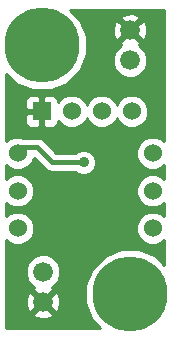
<source format=gbl>
G04 (created by PCBNEW-RS274X (2011-05-25)-stable) date Thu 21 Feb 2013 08:05:00 PM EST*
G01*
G70*
G90*
%MOIN*%
G04 Gerber Fmt 3.4, Leading zero omitted, Abs format*
%FSLAX34Y34*%
G04 APERTURE LIST*
%ADD10C,0.006000*%
%ADD11R,0.060000X0.060000*%
%ADD12C,0.060000*%
%ADD13C,0.066000*%
%ADD14C,0.250000*%
%ADD15C,0.035000*%
%ADD16C,0.015000*%
%ADD17C,0.010000*%
G04 APERTURE END LIST*
G54D10*
G54D11*
X63750Y-31200D03*
G54D12*
X64750Y-31200D03*
X65750Y-31200D03*
X66750Y-31200D03*
G54D13*
X63800Y-36550D03*
X63800Y-37550D03*
G54D14*
X63750Y-29000D03*
X66700Y-37300D03*
G54D12*
X62950Y-35100D03*
X67450Y-35100D03*
X62950Y-33850D03*
X67450Y-33850D03*
X62950Y-32600D03*
X67450Y-32600D03*
G54D13*
X66700Y-29500D03*
X66700Y-28500D03*
G54D15*
X65150Y-32900D03*
G54D16*
X64100Y-32900D02*
X63600Y-32400D01*
X63600Y-32400D02*
X62950Y-32400D01*
X62950Y-32600D02*
X62950Y-32400D01*
X65150Y-32900D02*
X64100Y-32900D01*
G54D10*
G36*
X67825Y-36304D02*
X67551Y-36029D01*
X67000Y-35801D01*
X66403Y-35800D01*
X65852Y-36028D01*
X65429Y-36449D01*
X65201Y-37000D01*
X65200Y-37597D01*
X65428Y-38148D01*
X65703Y-38425D01*
X64380Y-38425D01*
X64380Y-36666D01*
X64380Y-36435D01*
X64292Y-36222D01*
X64129Y-36059D01*
X63916Y-35970D01*
X63685Y-35970D01*
X63472Y-36058D01*
X63309Y-36221D01*
X63220Y-36434D01*
X63220Y-36665D01*
X63308Y-36878D01*
X63471Y-37041D01*
X63502Y-37053D01*
X63502Y-37054D01*
X63471Y-37150D01*
X63800Y-37479D01*
X64129Y-37150D01*
X64098Y-37054D01*
X64128Y-37042D01*
X64291Y-36879D01*
X64380Y-36666D01*
X64380Y-38425D01*
X64373Y-38425D01*
X64373Y-37636D01*
X64362Y-37411D01*
X64296Y-37252D01*
X64200Y-37221D01*
X63871Y-37550D01*
X64200Y-37879D01*
X64296Y-37848D01*
X64373Y-37636D01*
X64373Y-38425D01*
X64129Y-38425D01*
X64129Y-37950D01*
X63800Y-37621D01*
X63729Y-37692D01*
X63729Y-37550D01*
X63400Y-37221D01*
X63304Y-37252D01*
X63227Y-37464D01*
X63238Y-37689D01*
X63304Y-37848D01*
X63400Y-37879D01*
X63729Y-37550D01*
X63729Y-37692D01*
X63471Y-37950D01*
X63502Y-38046D01*
X63714Y-38123D01*
X63939Y-38112D01*
X64098Y-38046D01*
X64129Y-37950D01*
X64129Y-38425D01*
X62575Y-38425D01*
X62575Y-35501D01*
X62639Y-35565D01*
X62841Y-35649D01*
X63059Y-35649D01*
X63261Y-35565D01*
X63415Y-35411D01*
X63499Y-35209D01*
X63499Y-34991D01*
X63415Y-34789D01*
X63261Y-34635D01*
X63059Y-34551D01*
X62841Y-34551D01*
X62639Y-34635D01*
X62575Y-34699D01*
X62575Y-34251D01*
X62639Y-34315D01*
X62841Y-34399D01*
X63059Y-34399D01*
X63261Y-34315D01*
X63415Y-34161D01*
X63499Y-33959D01*
X63499Y-33741D01*
X63415Y-33539D01*
X63261Y-33385D01*
X63059Y-33301D01*
X62841Y-33301D01*
X62639Y-33385D01*
X62575Y-33449D01*
X62575Y-33001D01*
X62639Y-33065D01*
X62841Y-33149D01*
X63059Y-33149D01*
X63261Y-33065D01*
X63415Y-32911D01*
X63484Y-32744D01*
X63870Y-33130D01*
X63975Y-33200D01*
X63976Y-33200D01*
X64100Y-33225D01*
X64874Y-33225D01*
X64909Y-33260D01*
X65065Y-33325D01*
X65234Y-33325D01*
X65390Y-33261D01*
X65510Y-33141D01*
X65575Y-32985D01*
X65575Y-32816D01*
X65511Y-32660D01*
X65391Y-32540D01*
X65235Y-32475D01*
X65066Y-32475D01*
X64910Y-32539D01*
X64874Y-32575D01*
X64235Y-32575D01*
X63830Y-32170D01*
X63724Y-32100D01*
X63700Y-32095D01*
X63700Y-31688D01*
X63700Y-31250D01*
X63700Y-31150D01*
X63700Y-30712D01*
X63638Y-30650D01*
X63401Y-30651D01*
X63309Y-30689D01*
X63239Y-30759D01*
X63201Y-30850D01*
X63201Y-30949D01*
X63200Y-31088D01*
X63262Y-31150D01*
X63700Y-31150D01*
X63700Y-31250D01*
X63262Y-31250D01*
X63200Y-31312D01*
X63201Y-31451D01*
X63201Y-31550D01*
X63239Y-31641D01*
X63309Y-31711D01*
X63401Y-31749D01*
X63638Y-31750D01*
X63700Y-31688D01*
X63700Y-32095D01*
X63600Y-32075D01*
X63116Y-32075D01*
X63059Y-32051D01*
X62841Y-32051D01*
X62639Y-32135D01*
X62575Y-32199D01*
X62575Y-29945D01*
X62899Y-30271D01*
X63450Y-30499D01*
X64047Y-30500D01*
X64598Y-30272D01*
X65021Y-29851D01*
X65249Y-29300D01*
X65250Y-28703D01*
X65022Y-28152D01*
X64696Y-27825D01*
X67825Y-27825D01*
X67825Y-32199D01*
X67761Y-32135D01*
X67559Y-32051D01*
X67341Y-32051D01*
X67299Y-32068D01*
X67299Y-31309D01*
X67299Y-31091D01*
X67280Y-31045D01*
X67280Y-29616D01*
X67280Y-29385D01*
X67273Y-29368D01*
X67273Y-28586D01*
X67262Y-28361D01*
X67196Y-28202D01*
X67100Y-28171D01*
X67029Y-28242D01*
X67029Y-28100D01*
X66998Y-28004D01*
X66786Y-27927D01*
X66561Y-27938D01*
X66402Y-28004D01*
X66371Y-28100D01*
X66700Y-28429D01*
X67029Y-28100D01*
X67029Y-28242D01*
X66771Y-28500D01*
X67100Y-28829D01*
X67196Y-28798D01*
X67273Y-28586D01*
X67273Y-29368D01*
X67192Y-29172D01*
X67029Y-29009D01*
X66998Y-28996D01*
X67029Y-28900D01*
X66700Y-28571D01*
X66629Y-28642D01*
X66629Y-28500D01*
X66300Y-28171D01*
X66204Y-28202D01*
X66127Y-28414D01*
X66138Y-28639D01*
X66204Y-28798D01*
X66300Y-28829D01*
X66629Y-28500D01*
X66629Y-28642D01*
X66371Y-28900D01*
X66401Y-28995D01*
X66372Y-29008D01*
X66209Y-29171D01*
X66120Y-29384D01*
X66120Y-29615D01*
X66208Y-29828D01*
X66371Y-29991D01*
X66584Y-30080D01*
X66815Y-30080D01*
X67028Y-29992D01*
X67191Y-29829D01*
X67280Y-29616D01*
X67280Y-31045D01*
X67215Y-30889D01*
X67061Y-30735D01*
X66859Y-30651D01*
X66641Y-30651D01*
X66439Y-30735D01*
X66285Y-30889D01*
X66250Y-30973D01*
X66215Y-30889D01*
X66061Y-30735D01*
X65859Y-30651D01*
X65641Y-30651D01*
X65439Y-30735D01*
X65285Y-30889D01*
X65250Y-30973D01*
X65215Y-30889D01*
X65061Y-30735D01*
X64859Y-30651D01*
X64641Y-30651D01*
X64439Y-30735D01*
X64299Y-30875D01*
X64299Y-30850D01*
X64261Y-30759D01*
X64191Y-30689D01*
X64099Y-30651D01*
X63862Y-30650D01*
X63800Y-30712D01*
X63800Y-31100D01*
X63800Y-31150D01*
X63800Y-31250D01*
X63800Y-31300D01*
X63800Y-31688D01*
X63862Y-31750D01*
X64099Y-31749D01*
X64191Y-31711D01*
X64261Y-31641D01*
X64299Y-31550D01*
X64299Y-31525D01*
X64439Y-31665D01*
X64641Y-31749D01*
X64859Y-31749D01*
X65061Y-31665D01*
X65215Y-31511D01*
X65250Y-31426D01*
X65285Y-31511D01*
X65439Y-31665D01*
X65641Y-31749D01*
X65859Y-31749D01*
X66061Y-31665D01*
X66215Y-31511D01*
X66250Y-31426D01*
X66285Y-31511D01*
X66439Y-31665D01*
X66641Y-31749D01*
X66859Y-31749D01*
X67061Y-31665D01*
X67215Y-31511D01*
X67299Y-31309D01*
X67299Y-32068D01*
X67139Y-32135D01*
X66985Y-32289D01*
X66901Y-32491D01*
X66901Y-32709D01*
X66985Y-32911D01*
X67139Y-33065D01*
X67341Y-33149D01*
X67559Y-33149D01*
X67761Y-33065D01*
X67825Y-33001D01*
X67825Y-33449D01*
X67761Y-33385D01*
X67559Y-33301D01*
X67341Y-33301D01*
X67139Y-33385D01*
X66985Y-33539D01*
X66901Y-33741D01*
X66901Y-33959D01*
X66985Y-34161D01*
X67139Y-34315D01*
X67341Y-34399D01*
X67559Y-34399D01*
X67761Y-34315D01*
X67825Y-34251D01*
X67825Y-34699D01*
X67761Y-34635D01*
X67559Y-34551D01*
X67341Y-34551D01*
X67139Y-34635D01*
X66985Y-34789D01*
X66901Y-34991D01*
X66901Y-35209D01*
X66985Y-35411D01*
X67139Y-35565D01*
X67341Y-35649D01*
X67559Y-35649D01*
X67761Y-35565D01*
X67825Y-35501D01*
X67825Y-36304D01*
X67825Y-36304D01*
G37*
G54D17*
X67825Y-36304D02*
X67551Y-36029D01*
X67000Y-35801D01*
X66403Y-35800D01*
X65852Y-36028D01*
X65429Y-36449D01*
X65201Y-37000D01*
X65200Y-37597D01*
X65428Y-38148D01*
X65703Y-38425D01*
X64380Y-38425D01*
X64380Y-36666D01*
X64380Y-36435D01*
X64292Y-36222D01*
X64129Y-36059D01*
X63916Y-35970D01*
X63685Y-35970D01*
X63472Y-36058D01*
X63309Y-36221D01*
X63220Y-36434D01*
X63220Y-36665D01*
X63308Y-36878D01*
X63471Y-37041D01*
X63502Y-37053D01*
X63502Y-37054D01*
X63471Y-37150D01*
X63800Y-37479D01*
X64129Y-37150D01*
X64098Y-37054D01*
X64128Y-37042D01*
X64291Y-36879D01*
X64380Y-36666D01*
X64380Y-38425D01*
X64373Y-38425D01*
X64373Y-37636D01*
X64362Y-37411D01*
X64296Y-37252D01*
X64200Y-37221D01*
X63871Y-37550D01*
X64200Y-37879D01*
X64296Y-37848D01*
X64373Y-37636D01*
X64373Y-38425D01*
X64129Y-38425D01*
X64129Y-37950D01*
X63800Y-37621D01*
X63729Y-37692D01*
X63729Y-37550D01*
X63400Y-37221D01*
X63304Y-37252D01*
X63227Y-37464D01*
X63238Y-37689D01*
X63304Y-37848D01*
X63400Y-37879D01*
X63729Y-37550D01*
X63729Y-37692D01*
X63471Y-37950D01*
X63502Y-38046D01*
X63714Y-38123D01*
X63939Y-38112D01*
X64098Y-38046D01*
X64129Y-37950D01*
X64129Y-38425D01*
X62575Y-38425D01*
X62575Y-35501D01*
X62639Y-35565D01*
X62841Y-35649D01*
X63059Y-35649D01*
X63261Y-35565D01*
X63415Y-35411D01*
X63499Y-35209D01*
X63499Y-34991D01*
X63415Y-34789D01*
X63261Y-34635D01*
X63059Y-34551D01*
X62841Y-34551D01*
X62639Y-34635D01*
X62575Y-34699D01*
X62575Y-34251D01*
X62639Y-34315D01*
X62841Y-34399D01*
X63059Y-34399D01*
X63261Y-34315D01*
X63415Y-34161D01*
X63499Y-33959D01*
X63499Y-33741D01*
X63415Y-33539D01*
X63261Y-33385D01*
X63059Y-33301D01*
X62841Y-33301D01*
X62639Y-33385D01*
X62575Y-33449D01*
X62575Y-33001D01*
X62639Y-33065D01*
X62841Y-33149D01*
X63059Y-33149D01*
X63261Y-33065D01*
X63415Y-32911D01*
X63484Y-32744D01*
X63870Y-33130D01*
X63975Y-33200D01*
X63976Y-33200D01*
X64100Y-33225D01*
X64874Y-33225D01*
X64909Y-33260D01*
X65065Y-33325D01*
X65234Y-33325D01*
X65390Y-33261D01*
X65510Y-33141D01*
X65575Y-32985D01*
X65575Y-32816D01*
X65511Y-32660D01*
X65391Y-32540D01*
X65235Y-32475D01*
X65066Y-32475D01*
X64910Y-32539D01*
X64874Y-32575D01*
X64235Y-32575D01*
X63830Y-32170D01*
X63724Y-32100D01*
X63700Y-32095D01*
X63700Y-31688D01*
X63700Y-31250D01*
X63700Y-31150D01*
X63700Y-30712D01*
X63638Y-30650D01*
X63401Y-30651D01*
X63309Y-30689D01*
X63239Y-30759D01*
X63201Y-30850D01*
X63201Y-30949D01*
X63200Y-31088D01*
X63262Y-31150D01*
X63700Y-31150D01*
X63700Y-31250D01*
X63262Y-31250D01*
X63200Y-31312D01*
X63201Y-31451D01*
X63201Y-31550D01*
X63239Y-31641D01*
X63309Y-31711D01*
X63401Y-31749D01*
X63638Y-31750D01*
X63700Y-31688D01*
X63700Y-32095D01*
X63600Y-32075D01*
X63116Y-32075D01*
X63059Y-32051D01*
X62841Y-32051D01*
X62639Y-32135D01*
X62575Y-32199D01*
X62575Y-29945D01*
X62899Y-30271D01*
X63450Y-30499D01*
X64047Y-30500D01*
X64598Y-30272D01*
X65021Y-29851D01*
X65249Y-29300D01*
X65250Y-28703D01*
X65022Y-28152D01*
X64696Y-27825D01*
X67825Y-27825D01*
X67825Y-32199D01*
X67761Y-32135D01*
X67559Y-32051D01*
X67341Y-32051D01*
X67299Y-32068D01*
X67299Y-31309D01*
X67299Y-31091D01*
X67280Y-31045D01*
X67280Y-29616D01*
X67280Y-29385D01*
X67273Y-29368D01*
X67273Y-28586D01*
X67262Y-28361D01*
X67196Y-28202D01*
X67100Y-28171D01*
X67029Y-28242D01*
X67029Y-28100D01*
X66998Y-28004D01*
X66786Y-27927D01*
X66561Y-27938D01*
X66402Y-28004D01*
X66371Y-28100D01*
X66700Y-28429D01*
X67029Y-28100D01*
X67029Y-28242D01*
X66771Y-28500D01*
X67100Y-28829D01*
X67196Y-28798D01*
X67273Y-28586D01*
X67273Y-29368D01*
X67192Y-29172D01*
X67029Y-29009D01*
X66998Y-28996D01*
X67029Y-28900D01*
X66700Y-28571D01*
X66629Y-28642D01*
X66629Y-28500D01*
X66300Y-28171D01*
X66204Y-28202D01*
X66127Y-28414D01*
X66138Y-28639D01*
X66204Y-28798D01*
X66300Y-28829D01*
X66629Y-28500D01*
X66629Y-28642D01*
X66371Y-28900D01*
X66401Y-28995D01*
X66372Y-29008D01*
X66209Y-29171D01*
X66120Y-29384D01*
X66120Y-29615D01*
X66208Y-29828D01*
X66371Y-29991D01*
X66584Y-30080D01*
X66815Y-30080D01*
X67028Y-29992D01*
X67191Y-29829D01*
X67280Y-29616D01*
X67280Y-31045D01*
X67215Y-30889D01*
X67061Y-30735D01*
X66859Y-30651D01*
X66641Y-30651D01*
X66439Y-30735D01*
X66285Y-30889D01*
X66250Y-30973D01*
X66215Y-30889D01*
X66061Y-30735D01*
X65859Y-30651D01*
X65641Y-30651D01*
X65439Y-30735D01*
X65285Y-30889D01*
X65250Y-30973D01*
X65215Y-30889D01*
X65061Y-30735D01*
X64859Y-30651D01*
X64641Y-30651D01*
X64439Y-30735D01*
X64299Y-30875D01*
X64299Y-30850D01*
X64261Y-30759D01*
X64191Y-30689D01*
X64099Y-30651D01*
X63862Y-30650D01*
X63800Y-30712D01*
X63800Y-31100D01*
X63800Y-31150D01*
X63800Y-31250D01*
X63800Y-31300D01*
X63800Y-31688D01*
X63862Y-31750D01*
X64099Y-31749D01*
X64191Y-31711D01*
X64261Y-31641D01*
X64299Y-31550D01*
X64299Y-31525D01*
X64439Y-31665D01*
X64641Y-31749D01*
X64859Y-31749D01*
X65061Y-31665D01*
X65215Y-31511D01*
X65250Y-31426D01*
X65285Y-31511D01*
X65439Y-31665D01*
X65641Y-31749D01*
X65859Y-31749D01*
X66061Y-31665D01*
X66215Y-31511D01*
X66250Y-31426D01*
X66285Y-31511D01*
X66439Y-31665D01*
X66641Y-31749D01*
X66859Y-31749D01*
X67061Y-31665D01*
X67215Y-31511D01*
X67299Y-31309D01*
X67299Y-32068D01*
X67139Y-32135D01*
X66985Y-32289D01*
X66901Y-32491D01*
X66901Y-32709D01*
X66985Y-32911D01*
X67139Y-33065D01*
X67341Y-33149D01*
X67559Y-33149D01*
X67761Y-33065D01*
X67825Y-33001D01*
X67825Y-33449D01*
X67761Y-33385D01*
X67559Y-33301D01*
X67341Y-33301D01*
X67139Y-33385D01*
X66985Y-33539D01*
X66901Y-33741D01*
X66901Y-33959D01*
X66985Y-34161D01*
X67139Y-34315D01*
X67341Y-34399D01*
X67559Y-34399D01*
X67761Y-34315D01*
X67825Y-34251D01*
X67825Y-34699D01*
X67761Y-34635D01*
X67559Y-34551D01*
X67341Y-34551D01*
X67139Y-34635D01*
X66985Y-34789D01*
X66901Y-34991D01*
X66901Y-35209D01*
X66985Y-35411D01*
X67139Y-35565D01*
X67341Y-35649D01*
X67559Y-35649D01*
X67761Y-35565D01*
X67825Y-35501D01*
X67825Y-36304D01*
M02*

</source>
